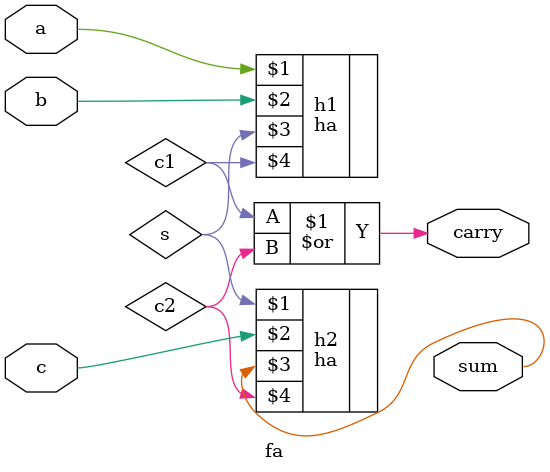
<source format=v>
`timescale 1ns / 1ps
module fa(a,b,c, sum,carry);
    input a,b,c;
    output sum,carry;
	 wire s,c1,c2;
	 ha h1(a,b,s,c1);
	 ha h2(s,c,sum,c2);
	 or o1(carry,c1,c2);




endmodule

</source>
